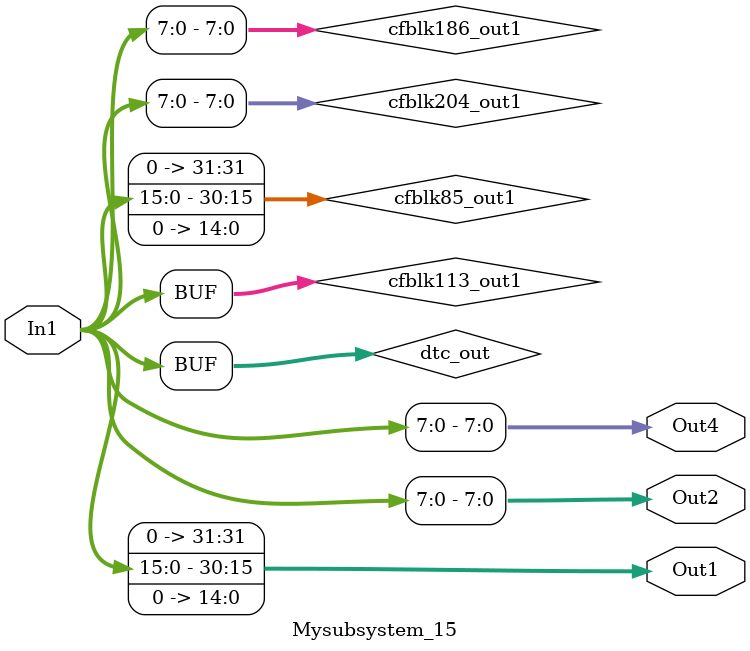
<source format=v>



`timescale 1 ns / 1 ns

module Mysubsystem_15
          (In1,
           Out1,
           Out2,
           Out4);


  input   [15:0] In1;  // uint16
  output  [31:0] Out1;  // ufix32_En15
  output  [7:0] Out2;  // uint8
  output  [7:0] Out4;  // uint8


  wire [15:0] dtc_out;  // ufix16
  wire [15:0] cfblk113_out1;  // uint16
  wire [31:0] cfblk85_out1;  // ufix32_En15
  wire [7:0] cfblk204_out1;  // uint8
  wire [7:0] cfblk186_out1;  // uint8


  assign dtc_out = In1;



  assign cfblk113_out1 = dtc_out;



  assign cfblk85_out1 = {1'b0, {cfblk113_out1, 15'b000000000000000}};



  assign Out1 = cfblk85_out1;

  assign cfblk204_out1 = cfblk113_out1[7:0];



  assign Out2 = cfblk204_out1;

  assign cfblk186_out1 = cfblk113_out1[7:0];



  assign Out4 = cfblk186_out1;

endmodule  // Mysubsystem_15


</source>
